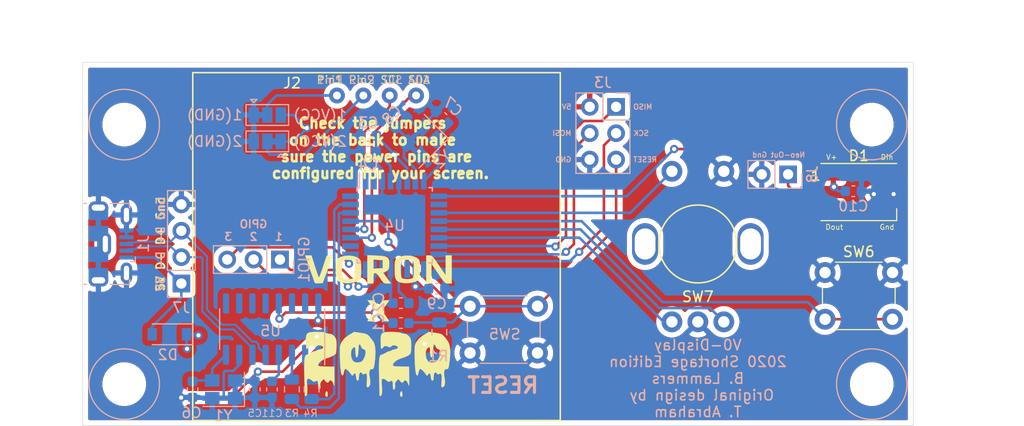
<source format=kicad_pcb>
(kicad_pcb (version 20171130) (host pcbnew "(5.1.9)-1")
  (layers (0 F.Cu signal) (31 B.Cu signal) (34 B.Paste user) (35 F.Paste user) (36 B.SilkS user hide) (37 F.SilkS user hide) (38 B.Mask user) (39 F.Mask user) (44 Edge.Cuts user))
  (net 0 "")
  (net 1 GND)
  (net 2 VBUS)
  (net 3 D+)
  (net 4 D-)
  (net 5 SDA)
  (net 6 SCL)
  (net 7 Kill_Switch)
  (net 8 NeoPixel)
  (net 9 ~Reset)
  (net 10 "Net-(D1-Pad2)")
  (net 11 GPIO3)
  (net 12 GPIO2)
  (net 13 GPIO1)
  (net 14 Pin2)
  (net 15 Pin1)
  (net 16 Encoder_Switch)
  (net 17 Encoder_B)
  (net 18 Encoder_A)
  (net 19 "Net-(C7-Pad2)")
  (net 20 TXD)
  (net 21 RXD)
  (net 22 "Net-(C6-Pad1)")
  (net 23 "Net-(C1-Pad1)")
  (net 24 "Net-(C2-Pad1)")
  (net 25 "Net-(R3-Pad1)")
  (net 26 "Net-(R4-Pad2)")
  (net 27 +5V)
  (net 28 SCK)
  (net 29 MOSI)
  (net 30 MISO)
  (net 31 "Net-(C11-Pad2)")
  (module V0-Display:C_0603_1608Metric (layer B.Cu) (at 103.399 81.15 90)
    (fp_text reference C11 (at -2.3 0 180) (layer B.SilkS) (effects (font (size 0.7 0.7) (thickness 0.1)) (justify mirror)))
    (fp_text value 0.1uF)
    (pad 2 smd roundrect (at 0.775 0 90) (size 0.9 0.95) (layers B.Cu B.Paste B.Mask) (net 31 "Net-(C11-Pad2)"))
    (pad 1 smd roundrect (at -0.775 0 90) (size 0.9 0.95) (layers B.Cu B.Paste B.Mask) (net 1 GND))
  )
  (module V0-Display:C_0603_1608Metric (layer B.Cu) (at 159.393 62.07)
    (fp_text reference C10 (at 0 1.43) (layer B.SilkS) (effects (justify mirror)))
    (fp_text value 0.1uF)
    (pad 2 smd roundrect (at 0.775 0) (size 0.9 0.95) (layers B.Cu B.Paste B.Mask) (net 1 GND))
    (pad 1 smd roundrect (at -0.775 0) (size 0.9 0.95) (layers B.Cu B.Paste B.Mask) (net 27 +5V))
  )
  (module V0-Display:C_0603_1608Metric (layer B.Cu) (at 119.274 71.468)
    (fp_text reference C9 (at 0 1.43) (layer B.SilkS) (effects (justify mirror)))
    (fp_text value 0.1uF)
    (pad 2 smd roundrect (at 0.775 0) (size 0.9 0.95) (layers B.Cu B.Paste B.Mask) (net 1 GND))
    (pad 1 smd roundrect (at -0.775 0) (size 0.9 0.95) (layers B.Cu B.Paste B.Mask) (net 27 +5V))
  )
  (module V0-Display:2020 (layer F.Cu) (at 113.686 74.516)
    (fp_text reference G*** hide)
    (fp_text value LOGO hide)
  )
  (module V0-Display:PinHeader_2x03_P2.54mm_Vertical (layer B.Cu) (at 136.546 53.942 180)
    (fp_text reference J3 (at 1.27 2.33) (layer B.SilkS) (effects (justify mirror)))
    (fp_text value ICSP)
    (pad 6 thru_hole oval (at 2.54 -5.08 180) (size 1.7 1.7) (drill 1) (layers *.Cu *.Mask) (net 1 GND))
    (pad 5 thru_hole oval (at 0 -5.08 180) (size 1.7 1.7) (drill 1) (layers *.Cu *.Mask) (net 9 ~Reset))
    (pad 4 thru_hole oval (at 2.54 -2.54 180) (size 1.7 1.7) (drill 1) (layers *.Cu *.Mask) (net 29 MOSI))
    (pad 3 thru_hole oval (at 0 -2.54 180) (size 1.7 1.7) (drill 1) (layers *.Cu *.Mask) (net 28 SCK))
    (pad 2 thru_hole oval (at 2.54 0 180) (size 1.7 1.7) (drill 1) (layers *.Cu *.Mask) (net 27 +5V))
    (pad 1 thru_hole rect (at 0 0 180) (size 1.7 1.7) (drill 1) (layers *.Cu *.Mask) (net 30 MISO))
  )
  (module V0-Display:Crystal_SMD_3225-4Pin_3.2x2.5mm (layer B.Cu) (at 117.82 57.25 225)
    (fp_text reference Y2 (at -0.13435 -2.640337 45) (layer B.SilkS) (effects (justify mirror)))
    (fp_text value 16MHz)
    (pad 1 smd rect (at -1.1 -0.85 225) (size 1.4 1.2) (layers B.Cu B.Paste B.Mask) (net 19 "Net-(C7-Pad2)"))
    (pad 2 smd rect (at 1.1 -0.85 225) (size 1.4 1.2) (layers B.Cu B.Paste B.Mask) (net 1 GND))
    (pad 3 smd rect (at 1.1 0.85 225) (size 1.4 1.2) (layers B.Cu B.Paste B.Mask) (net 1 GND))
    (pad 4 smd rect (at -1.1 0.85 225) (size 1.4 1.2) (layers B.Cu B.Paste B.Mask) (net 1 GND))
  )
  (module V0-Display:Crystal_SMD_3225-4Pin_3.2x2.5mm (layer B.Cu) (at 98.75 81.15 180)
    (fp_text reference Y1 (at 0.05 -2.51) (layer B.SilkS) (effects (justify mirror)))
    (fp_text value 12MHz)
    (pad 1 smd rect (at -1.1 -0.85 180) (size 1.4 1.2) (layers B.Cu B.Paste B.Mask) (net 1 GND))
    (pad 2 smd rect (at 1.1 -0.85 180) (size 1.4 1.2) (layers B.Cu B.Paste B.Mask) (net 1 GND))
    (pad 3 smd rect (at 1.1 0.85 180) (size 1.4 1.2) (layers B.Cu B.Paste B.Mask) (net 22 "Net-(C6-Pad1)"))
    (pad 4 smd rect (at -1.1 0.85 180) (size 1.4 1.2) (layers B.Cu B.Paste B.Mask) (net 1 GND))
  )
  (module V0-Display:SOIC-16_3.9x9.9mm_P1.27mm (layer B.Cu) (at 103.42 75.35 90)
    (fp_text reference U5 (at -0.182 -0.148 180) (layer B.SilkS) (effects (justify mirror)))
    (fp_text value CH340G)
    (pad 16 smd roundrect (at 2.475 4.445 90) (size 1.95 0.6) (layers B.Cu B.Paste B.Mask) (net 27 +5V))
    (pad 15 smd roundrect (at 2.475 3.175 90) (size 1.95 0.6) (layers B.Cu B.Paste B.Mask))
    (pad 14 smd roundrect (at 2.475 1.905 90) (size 1.95 0.6) (layers B.Cu B.Paste B.Mask))
    (pad 13 smd roundrect (at 2.475 0.635 90) (size 1.95 0.6) (layers B.Cu B.Paste B.Mask) (net 23 "Net-(C1-Pad1)"))
    (pad 12 smd roundrect (at 2.475 -0.635 90) (size 1.95 0.6) (layers B.Cu B.Paste B.Mask))
    (pad 11 smd roundrect (at 2.475 -1.905 90) (size 1.95 0.6) (layers B.Cu B.Paste B.Mask))
    (pad 10 smd roundrect (at 2.475 -3.175 90) (size 1.95 0.6) (layers B.Cu B.Paste B.Mask))
    (pad 9 smd roundrect (at 2.475 -4.445 90) (size 1.95 0.6) (layers B.Cu B.Paste B.Mask))
    (pad 8 smd roundrect (at -2.475 -4.445 90) (size 1.95 0.6) (layers B.Cu B.Paste B.Mask) (net 22 "Net-(C6-Pad1)"))
    (pad 7 smd roundrect (at -2.475 -3.175 90) (size 1.95 0.6) (layers B.Cu B.Paste B.Mask) (net 1 GND))
    (pad 6 smd roundrect (at -2.475 -1.905 90) (size 1.95 0.6) (layers B.Cu B.Paste B.Mask) (net 4 D-))
    (pad 5 smd roundrect (at -2.475 -0.635 90) (size 1.95 0.6) (layers B.Cu B.Paste B.Mask) (net 3 D+))
    (pad 4 smd roundrect (at -2.475 0.635 90) (size 1.95 0.6) (layers B.Cu B.Paste B.Mask) (net 31 "Net-(C11-Pad2)"))
    (pad 3 smd roundrect (at -2.475 1.905 90) (size 1.95 0.6) (layers B.Cu B.Paste B.Mask) (net 21 RXD))
    (pad 2 smd roundrect (at -2.475 3.175 90) (size 1.95 0.6) (layers B.Cu B.Paste B.Mask) (net 20 TXD))
    (pad 1 smd roundrect (at -2.475 4.445 90) (size 1.95 0.6) (layers B.Cu B.Paste B.Mask) (net 1 GND))
  )
  (module V0-Display:TQFP-32_7x7mm_P0.8mm (layer B.Cu) (at 115.22 65.35 270)
    (fp_text reference U4 (at 0.022 0.01 180) (layer B.SilkS) (effects (justify mirror)))
    (fp_text value ATmega328P-AU)
    (pad 32 smd rect (at -2.8 4.25 180) (size 1.6 0.55) (layers B.Cu B.Paste B.Mask))
    (pad 31 smd rect (at -2 4.25 180) (size 1.6 0.55) (layers B.Cu B.Paste B.Mask) (net 26 "Net-(R4-Pad2)"))
    (pad 30 smd rect (at -1.2 4.25 180) (size 1.6 0.55) (layers B.Cu B.Paste B.Mask) (net 25 "Net-(R3-Pad1)"))
    (pad 29 smd rect (at -0.4 4.25 180) (size 1.6 0.55) (layers B.Cu B.Paste B.Mask) (net 9 ~Reset))
    (pad 28 smd rect (at 0.4 4.25 180) (size 1.6 0.55) (layers B.Cu B.Paste B.Mask) (net 6 SCL))
    (pad 27 smd rect (at 1.2 4.25 180) (size 1.6 0.55) (layers B.Cu B.Paste B.Mask) (net 5 SDA))
    (pad 26 smd rect (at 2 4.25 180) (size 1.6 0.55) (layers B.Cu B.Paste B.Mask))
    (pad 25 smd rect (at 2.8 4.25 180) (size 1.6 0.55) (layers B.Cu B.Paste B.Mask) (net 11 GPIO3))
    (pad 24 smd rect (at 4.25 2.8 270) (size 1.6 0.55) (layers B.Cu B.Paste B.Mask) (net 12 GPIO2))
    (pad 23 smd rect (at 4.25 2 270) (size 1.6 0.55) (layers B.Cu B.Paste B.Mask) (net 13 GPIO1))
    (pad 22 smd rect (at 4.25 1.2 270) (size 1.6 0.55) (layers B.Cu B.Paste B.Mask))
    (pad 21 smd rect (at 4.25 0.4 270) (size 1.6 0.55) (layers B.Cu B.Paste B.Mask) (net 1 GND))
    (pad 20 smd rect (at 4.25 -0.4 270) (size 1.6 0.55) (layers B.Cu B.Paste B.Mask) (net 24 "Net-(C2-Pad1)"))
    (pad 19 smd rect (at 4.25 -1.2 270) (size 1.6 0.55) (layers B.Cu B.Paste B.Mask))
    (pad 18 smd rect (at 4.25 -2 270) (size 1.6 0.55) (layers B.Cu B.Paste B.Mask) (net 27 +5V))
    (pad 17 smd rect (at 4.25 -2.8 270) (size 1.6 0.55) (layers B.Cu B.Paste B.Mask) (net 28 SCK))
    (pad 16 smd rect (at 2.8 -4.25 180) (size 1.6 0.55) (layers B.Cu B.Paste B.Mask) (net 29 MOSI))
    (pad 15 smd rect (at 2 -4.25 180) (size 1.6 0.55) (layers B.Cu B.Paste B.Mask) (net 30 MISO))
    (pad 14 smd rect (at 1.2 -4.25 180) (size 1.6 0.55) (layers B.Cu B.Paste B.Mask) (net 18 Encoder_A))
    (pad 13 smd rect (at 0.4 -4.25 180) (size 1.6 0.55) (layers B.Cu B.Paste B.Mask) (net 17 Encoder_B))
    (pad 12 smd rect (at -0.4 -4.25 180) (size 1.6 0.55) (layers B.Cu B.Paste B.Mask) (net 7 Kill_Switch))
    (pad 11 smd rect (at -1.2 -4.25 180) (size 1.6 0.55) (layers B.Cu B.Paste B.Mask) (net 16 Encoder_Switch))
    (pad 10 smd rect (at -2 -4.25 180) (size 1.6 0.55) (layers B.Cu B.Paste B.Mask))
    (pad 9 smd rect (at -2.8 -4.25 180) (size 1.6 0.55) (layers B.Cu B.Paste B.Mask) (net 8 NeoPixel))
    (pad 8 smd rect (at -4.25 -2.8 270) (size 1.6 0.55) (layers B.Cu B.Paste B.Mask) (net 19 "Net-(C7-Pad2)"))
    (pad 7 smd rect (at -4.25 -2 270) (size 1.6 0.55) (layers B.Cu B.Paste B.Mask) (net 1 GND))
    (pad 6 smd rect (at -4.25 -1.2 270) (size 1.6 0.55) (layers B.Cu B.Paste B.Mask) (net 27 +5V))
    (pad 5 smd rect (at -4.25 -0.4 270) (size 1.6 0.55) (layers B.Cu B.Paste B.Mask) (net 1 GND))
    (pad 4 smd rect (at -4.25 0.4 270) (size 1.6 0.55) (layers B.Cu B.Paste B.Mask) (net 27 +5V))
    (pad 3 smd rect (at -4.25 1.2 270) (size 1.6 0.55) (layers B.Cu B.Paste B.Mask) (net 1 GND))
    (pad 2 smd rect (at -4.25 2 270) (size 1.6 0.55) (layers B.Cu B.Paste B.Mask))
    (pad 1 smd rect (at -4.25 2.8 270) (size 1.6 0.55) (layers B.Cu B.Paste B.Mask))
  )
  (module V0-Display:D_SOD-123 (layer B.Cu) (at 93.52 75.85 180)
    (fp_text reference D2 (at 0.154 -1.968) (layer B.SilkS) (effects (justify mirror)))
    (fp_text value 5819)
    (pad 2 smd rect (at 1.65 0 180) (size 0.9 1.2) (layers B.Cu B.Paste B.Mask) (net 2 VBUS))
    (pad 1 smd rect (at -1.65 0 180) (size 0.9 1.2) (layers B.Cu B.Paste B.Mask) (net 27 +5V))
  )
  (module V0-Display:C_0603_1608Metric (layer B.Cu) (at 115.845 55.466 45)
    (fp_text reference C8 (at -0.115966 -1.170969 45) (layer B.SilkS) (effects (justify mirror)))
    (fp_text value 22pF)
    (pad 2 smd roundrect (at 0.775 0 45) (size 0.9 0.95) (layers B.Cu B.Paste B.Mask) (net 1 GND))
    (pad 1 smd roundrect (at -0.775 0 45) (size 0.9 0.95) (layers B.Cu B.Paste B.Mask) (net 1 GND))
  )
  (module V0-Display:C_0603_1608Metric (layer B.Cu) (at 119.782 54.958 315)
    (fp_text reference C7 (at 0 -1.436841 135) (layer B.SilkS) (effects (justify mirror)))
    (fp_text value 22pF)
    (pad 2 smd roundrect (at 0.775 0 315) (size 0.9 0.95) (layers B.Cu B.Paste B.Mask) (net 19 "Net-(C7-Pad2)"))
    (pad 1 smd roundrect (at -0.775 0 315) (size 0.9 0.95) (layers B.Cu B.Paste B.Mask) (net 1 GND))
  )
  (module V0-Display:C_0603_1608Metric (layer B.Cu) (at 95.75 81.15 270)
    (fp_text reference C6 (at 2.256 0.098 180) (layer B.SilkS) (effects (justify mirror)))
    (fp_text value 22pF)
    (pad 2 smd roundrect (at 0.775 0 270) (size 0.9 0.95) (layers B.Cu B.Paste B.Mask) (net 1 GND))
    (pad 1 smd roundrect (at -0.775 0 270) (size 0.9 0.95) (layers B.Cu B.Paste B.Mask) (net 22 "Net-(C6-Pad1)"))
  )
  (module V0-Display:C_0603_1608Metric (layer B.Cu) (at 101.75 81.15 270)
    (fp_text reference C5 (at 2.3 0.002 180) (layer B.SilkS) (effects (font (size 0.7 0.7) (thickness 0.1)) (justify mirror)))
    (fp_text value 22pF)
    (pad 2 smd roundrect (at 0.775 0 270) (size 0.9 0.95) (layers B.Cu B.Paste B.Mask) (net 1 GND))
    (pad 1 smd roundrect (at -0.775 0 270) (size 0.9 0.95) (layers B.Cu B.Paste B.Mask) (net 1 GND))
  )
  (module V0-Display:C_0603_1608Metric (layer B.Cu) (at 112.67 58.26 180)
    (fp_text reference C4 (at 0 -1.27) (layer B.SilkS) (effects (justify mirror)))
    (fp_text value 0.1uF)
    (pad 2 smd roundrect (at 0.775 0 180) (size 0.9 0.95) (layers B.Cu B.Paste B.Mask) (net 1 GND))
    (pad 1 smd roundrect (at -0.775 0 180) (size 0.9 0.95) (layers B.Cu B.Paste B.Mask) (net 27 +5V))
  )
  (module V0-Display:C_0603_1608Metric (layer B.Cu) (at 112.67 56.736)
    (fp_text reference C3 (at 0 -1.27) (layer B.SilkS) (effects (justify mirror)))
    (fp_text value 0.1uF)
    (pad 2 smd roundrect (at 0.775 0) (size 0.9 0.95) (layers B.Cu B.Paste B.Mask) (net 27 +5V))
    (pad 1 smd roundrect (at -0.775 0) (size 0.9 0.95) (layers B.Cu B.Paste B.Mask) (net 1 GND))
  )
  (module V0-Display:C_0603_1608Metric (layer B.Cu) (at 115.82 72.85 180)
    (fp_text reference C2 (at 2.134 0.112 270) (layer B.SilkS) (effects (justify mirror)))
    (fp_text value 0.1uF)
    (pad 2 smd roundrect (at 0.775 0 180) (size 0.9 0.95) (layers B.Cu B.Paste B.Mask) (net 1 GND))
    (pad 1 smd roundrect (at -0.775 0 180) (size 0.9 0.95) (layers B.Cu B.Paste B.Mask) (net 24 "Net-(C2-Pad1)"))
  )
  (module V0-Display:C_0603_1608Metric (layer B.Cu) (at 115.82 74.77)
    (fp_text reference C1 (at -2.134 0 90) (layer B.SilkS) (effects (justify mirror)))
    (fp_text value 0.1uF)
    (pad 2 smd roundrect (at 0.775 0) (size 0.9 0.95) (layers B.Cu B.Paste B.Mask) (net 9 ~Reset))
    (pad 1 smd roundrect (at -0.775 0) (size 0.9 0.95) (layers B.Cu B.Paste B.Mask) (net 23 "Net-(C1-Pad1)"))
  )
  (module V0-Display:R_0805_2012Metric (layer B.Cu) (at 107.22 81.15 270)
    (fp_text reference R4 (at 2.3 0.1 180) (layer B.SilkS) (effects (font (size 0.7 0.7) (thickness 0.1)) (justify mirror)))
    (fp_text value 1K)
    (pad 2 smd roundrect (at 0.9375 0 270) (size 0.975 1.4) (layers B.Cu B.Paste B.Mask) (net 26 "Net-(R4-Pad2)"))
    (pad 1 smd roundrect (at -0.9375 0 270) (size 0.975 1.4) (layers B.Cu B.Paste B.Mask) (net 20 TXD))
  )
  (module V0-Display:R_0805_2012Metric (layer B.Cu) (at 105.32 81.15 90)
    (fp_text reference R3 (at -2.3 0 180) (layer B.SilkS) (effects (font (size 0.7 0.7) (thickness 0.1)) (justify mirror)))
    (fp_text value 1K)
    (pad 2 smd roundrect (at 0.9375 0 90) (size 0.975 1.4) (layers B.Cu B.Paste B.Mask) (net 21 RXD))
    (pad 1 smd roundrect (at -0.9375 0 90) (size 0.975 1.4) (layers B.Cu B.Paste B.Mask) (net 25 "Net-(R3-Pad1)"))
  )
  (module V0-Display:1pt3in_OLED (layer F.Cu) (at 113.47 52.85)
    (fp_text reference J2 (at -8.132 -1.194) (layer F.SilkS))
    (fp_text value "I2C Header 1")
    (pad 4 thru_hole circle (at 3.81 0) (size 1.524 1.524) (drill 0.762) (layers *.Cu *.Mask) (net 5 SDA))
    (pad 3 thru_hole circle (at 1.27 0) (size 1.524 1.524) (drill 0.762) (layers *.Cu *.Mask) (net 6 SCL))
    (pad 2 thru_hole circle (at -1.27 0) (size 1.524 1.524) (drill 0.762) (layers *.Cu *.Mask) (net 14 Pin2))
    (pad 1 thru_hole circle (at -3.81 0) (size 1.524 1.524) (drill 0.762) (layers *.Cu *.Mask) (net 15 Pin1))
  )
  (module V0-Display:LED_WS2812B_PLCC4_5.0x5.0mm_P3.2mm (layer F.Cu) (at 159.92 62.15)
    (fp_text reference D1 (at 0 -3.5) (layer F.SilkS))
    (fp_text value WS2812B)
    (fp_text user 1 (at -4.15 -1.6) (layer F.SilkS))
    (pad 1 smd rect (at -2.45 -1.6) (size 1.5 1) (layers F.Cu F.Paste F.Mask) (net 27 +5V))
    (pad 2 smd rect (at -2.45 1.6) (size 1.5 1) (layers F.Cu F.Paste F.Mask) (net 10 "Net-(D1-Pad2)"))
    (pad 4 smd rect (at 2.45 -1.6) (size 1.5 1) (layers F.Cu F.Paste F.Mask) (net 8 NeoPixel))
    (pad 3 smd rect (at 2.45 1.6) (size 1.5 1) (layers F.Cu F.Paste F.Mask) (net 1 GND))
  )
  (module V0-Display:EN11_Encoder (layer F.Cu) (at 144.42 67.15)
    (fp_text reference SW7 (at 0 5.08) (layer F.SilkS))
    (fp_text value Rotary_Encoder_Switch)
    (pad MP thru_hole oval (at 5.08 0 180) (size 2.5 4) (drill oval 2 3) (layers *.Cu *.Mask))
    (pad MP thru_hole oval (at -5.08 0) (size 2.5 4) (drill oval 2 3) (layers *.Cu *.Mask))
    (pad S2 thru_hole circle (at 2.5 -7) (size 2 2) (drill 1.1) (layers *.Cu *.Mask) (net 1 GND))
    (pad S1 thru_hole circle (at -2.5 -7) (size 2 2) (drill 1.1) (layers *.Cu *.Mask) (net 16 Encoder_Switch))
    (pad B thru_hole circle (at 2.5 7.5) (size 2 2) (drill 1.1) (layers *.Cu *.Mask) (net 17 Encoder_B))
    (pad C thru_hole circle (at 0 7.5) (size 2 2) (drill 1.1) (layers *.Cu *.Mask) (net 1 GND))
    (pad A thru_hole circle (at -2.5 7.5) (size 2 2) (drill 1.1) (layers *.Cu *.Mask) (net 18 Encoder_A))
  )
  (module V0-Display:SW_PUSH_6mm (layer F.Cu) (at 156.67 69.9)
    (fp_text reference SW6 (at 3.25 -2) (layer F.SilkS))
    (fp_text value SW_SPST)
    (pad 1 thru_hole circle (at 6.5 0 90) (size 2 2) (drill 1.1) (layers *.Cu *.Mask) (net 1 GND))
    (pad 2 thru_hole circle (at 6.5 4.5 90) (size 2 2) (drill 1.1) (layers *.Cu *.Mask) (net 7 Kill_Switch))
    (pad 1 thru_hole circle (at 0 0 90) (size 2 2) (drill 1.1) (layers *.Cu *.Mask) (net 1 GND))
    (pad 2 thru_hole circle (at 0 4.5 90) (size 2 2) (drill 1.1) (layers *.Cu *.Mask) (net 7 Kill_Switch))
  )
  (module V0-Display:SW_PUSH_6mm (layer B.Cu) (at 128.975 73.145 180)
    (fp_text reference SW5 (at 3.155 -2.705) (layer B.SilkS) (effects (justify mirror)))
    (fp_text value SW_SPST)
    (pad 1 thru_hole circle (at 6.5 0 90) (size 2 2) (drill 1.1) (layers *.Cu *.Mask) (net 9 ~Reset))
    (pad 2 thru_hole circle (at 6.5 -4.5 90) (size 2 2) (drill 1.1) (layers *.Cu *.Mask) (net 1 GND))
    (pad 1 thru_hole circle (at 0 0 90) (size 2 2) (drill 1.1) (layers *.Cu *.Mask) (net 9 ~Reset))
    (pad 2 thru_hole circle (at 0 -4.5 90) (size 2 2) (drill 1.1) (layers *.Cu *.Mask) (net 1 GND))
  )
  (module V0-Display:R_0805_2012Metric (layer B.Cu) (at 119.52 75.65 90)
    (fp_text reference R1 (at -2.3 -0.1 180) (layer B.SilkS) (effects (justify mirror)))
    (fp_text value 10K)
    (pad 2 smd roundrect (at 0.9375 0 90) (size 0.975 1.4) (layers B.Cu B.Paste B.Mask) (net 9 ~Reset))
    (pad 1 smd roundrect (at -0.9375 0 90) (size 0.975 1.4) (layers B.Cu B.Paste B.Mask) (net 27 +5V))
  )
  (module V0-Display:SolderJumper-3_P1.3mm_Bridged12_Pad1.0x1.5mm (layer B.Cu) (at 102.95 54.73)
    (fp_text reference JP2 hide)
    (fp_text value Pin1)
    (fp_poly (pts (xy -0.9 0.3) (xy -0.4 0.3) (xy -0.4 -0.3) (xy -0.9 -0.3)) (layer B.Cu) (width 0))
    (pad 2 smd rect (at 0 0) (size 1 1.5) (layers B.Cu B.Mask) (net 15 Pin1))
    (pad 3 smd rect (at 1.3 0) (size 1 1.5) (layers B.Cu B.Mask) (net 27 +5V))
    (pad 1 smd rect (at -1.3 0) (size 1 1.5) (layers B.Cu B.Mask) (net 1 GND))
  )
  (module V0-Display:SolderJumper-3_P1.3mm_Bridged12_Pad1.0x1.5mm (layer B.Cu) (at 102.95 57.27 180)
    (fp_text reference JP1 hide)
    (fp_text value Pin2)
    (fp_poly (pts (xy -0.9 0.3) (xy -0.4 0.3) (xy -0.4 -0.3) (xy -0.9 -0.3)) (layer B.Cu) (width 0))
    (pad 2 smd rect (at 0 0 180) (size 1 1.5) (layers B.Cu B.Mask) (net 14 Pin2))
    (pad 3 smd rect (at 1.3 0 180) (size 1 1.5) (layers B.Cu B.Mask) (net 1 GND))
    (pad 1 smd rect (at -1.3 0 180) (size 1 1.5) (layers B.Cu B.Mask) (net 27 +5V))
  )
  (module V0-Display:PinHeader_1x02_P2.54mm_Vertical (layer B.Cu) (at 153.115 60.445 90)
    (fp_text reference J8 (at 0 2.33 90) (layer B.SilkS) (effects (justify mirror)))
    (fp_text value Conn_01x02)
    (pad 2 thru_hole oval (at 0 -2.54 90) (size 1.7 1.7) (drill 1) (layers *.Cu *.Mask) (net 1 GND))
    (pad 1 thru_hole rect (at 0 0 90) (size 1.7 1.7) (drill 1) (layers *.Cu *.Mask) (net 10 "Net-(D1-Pad2)"))
  )
  (module V0-Display:PinHeader_1x04_P2.54mm_Vertical (layer B.Cu) (at 94.67 70.96)
    (fp_text reference J7 (at 0 2.33) (layer B.SilkS) (effects (justify mirror)))
    (fp_text value USB_Header)
    (pad 4 thru_hole oval (at 0 -7.62) (size 1.7 1.7) (drill 1) (layers *.Cu *.Mask) (net 1 GND))
    (pad 3 thru_hole oval (at 0 -5.08) (size 1.7 1.7) (drill 1) (layers *.Cu *.Mask) (net 3 D+))
    (pad 2 thru_hole oval (at 0 -2.54) (size 1.7 1.7) (drill 1) (layers *.Cu *.Mask) (net 4 D-))
    (pad 1 thru_hole rect (at 0 0) (size 1.7 1.7) (drill 1) (layers *.Cu *.Mask) (net 2 VBUS))
  )
  (module V0-Display:MolexVertical&Horizontal_MicroB (layer B.Cu) (at 87.92 67.15 90)
    (fp_text reference J1 (at 0 3.1125 90) (layer B.SilkS) (effects (justify mirror)))
    (fp_text value USB_B_Micro)
    (pad 6 thru_hole oval (at 0 -0.5695 90) (size 2.2 1.1) (drill oval 1.6 0.5) (layers *.Cu *.Mask) (net 1 GND))
    (pad 6 thru_hole oval (at -2.794 1.4625 90) (size 2 1.1) (drill oval 1.4 0.5) (layers *.Cu *.Mask) (net 1 GND))
    (pad 6 smd rect (at -2.9 -1.2375 90) (size 1.2 1.9) (layers B.Cu B.Mask) (net 1 GND))
    (pad 6 smd rect (at 2.9 -1.2375 90) (size 1.2 1.9) (layers B.Cu B.Mask) (net 1 GND))
    (pad 6 thru_hole oval (at 3.5 -1.2375 90) (size 1.2 1.9) (drill oval 0.6 1.3) (layers *.Cu *.Mask) (net 1 GND))
    (pad 6 thru_hole oval (at -3.5 -1.2375 270) (size 1.2 1.9) (drill oval 0.6 1.3) (layers *.Cu *.Mask) (net 1 GND))
    (pad 6 smd rect (at -1 -1.2375 90) (size 1.5 1.9) (layers B.Cu B.Paste B.Mask) (net 1 GND))
    (pad 6 thru_hole oval (at 2.794 1.4625 90) (size 2 1.1) (drill oval 1.4 0.5) (layers *.Cu *.Mask) (net 1 GND))
    (pad 3 smd rect (at 0 1.4625 90) (size 0.4 1.35) (layers B.Cu B.Paste B.Mask) (net 3 D+))
    (pad 4 smd rect (at 0.65 1.4625 90) (size 0.4 1.35) (layers B.Cu B.Paste B.Mask) (net 1 GND))
    (pad 5 smd rect (at 1.3 1.4625 90) (size 0.4 1.35) (layers B.Cu B.Paste B.Mask) (net 1 GND))
    (pad 1 smd rect (at -1.3 1.4625 90) (size 0.4 1.35) (layers B.Cu B.Paste B.Mask) (net 2 VBUS))
    (pad 2 smd rect (at -0.65 1.4625 90) (size 0.4 1.35) (layers B.Cu B.Paste B.Mask) (net 4 D-))
    (pad 6 smd rect (at 1 -1.2375 90) (size 1.5 1.9) (layers B.Cu B.Paste B.Mask) (net 1 GND))
  )
  (module V0-Display:MountingHole_3.2mm_M3 (layer F.Cu) (at 89.17 80.65)
    (fp_text reference H4 hide)
    (fp_text value MountingHole)
    (pad 1 np_thru_hole circle (at 0 0) (size 3.2 3.2) (drill 3.2) (layers *.Cu *.Mask))
  )
  (module V0-Display:MountingHole_3.2mm_M3 (layer F.Cu) (at 161.17 55.65)
    (fp_text reference H3 hide)
    (fp_text value MountingHole)
    (pad 1 np_thru_hole circle (at 0 0) (size 3.2 3.2) (drill 3.2) (layers *.Cu *.Mask))
  )
  (module V0-Display:MountingHole_3.2mm_M3 (layer F.Cu) (at 161.17 80.65)
    (fp_text reference H2 hide)
    (fp_text value MountingHole)
    (pad 1 np_thru_hole circle (at 0 0) (size 3.2 3.2) (drill 3.2) (layers *.Cu *.Mask))
  )
  (module V0-Display:MountingHole_3.2mm_M3 (layer F.Cu) (at 89.17 55.65)
    (fp_text reference H1 hide)
    (fp_text value MountingHole)
    (pad 1 np_thru_hole circle (at 0 0) (size 3.2 3.2) (drill 3.2) (layers *.Cu *.Mask))
  )
  (module V0-Display:PinHeader_1x03_P2.54mm_Vertical (layer B.Cu) (at 104.17 68.65 90)
    (fp_text reference GPIO1 (at 0 2.33 90) (layer B.SilkS) (effects (justify mirror)))
    (fp_text value Conn_01x03)
    (pad 3 thru_hole oval (at 0 -5.08 90) (size 1.7 1.7) (drill 1) (layers *.Cu *.Mask) (net 11 GPIO3))
    (pad 2 thru_hole oval (at 0 -2.54 90) (size 1.7 1.7) (drill 1) (layers *.Cu *.Mask) (net 12 GPIO2))
    (pad 1 thru_hole rect (at 0 0 90) (size 1.7 1.7) (drill 1) (layers *.Cu *.Mask) (net 13 GPIO1))
  )
  (gr_text MOSI (at 131.323143 56.482) (layer B.SilkS) (effects (font (size 0.5 0.5) (thickness 0.1)) (justify mirror)))
  (gr_text RESET (at 139.34 59.022) (layer B.SilkS) (effects (font (size 0.5 0.5) (thickness 0.1)) (justify mirror)))
  (gr_text SCK (at 138.947143 56.482) (layer B.SilkS) (effects (font (size 0.5 0.5) (thickness 0.1)) (justify mirror)))
  (gr_text MISO (at 139.11381 53.942) (layer B.SilkS) (effects (font (size 0.5 0.5) (thickness 0.1)) (justify mirror)))
  (gr_text GND (at 131.466 59.022) (layer B.SilkS) (effects (font (size 0.5 0.5) (thickness 0.1)) (justify mirror)))
  (gr_text 5V (at 131.775524 53.942) (layer B.SilkS) (effects (font (size 0.5 0.5) (thickness 0.1)) (justify mirror)))
  (gr_text "V0-Display\n2020 Shortage Edition\nB. Lammers\nOriginal design by \nT. Abraham" (at 144.42 80.104) (layer B.SilkS) (effects (font (size 1 1)) (justify mirror)))
  (gr_text "Neo-Out Gnd\n" (at 152.205 58.565) (layer B.SilkS) (effects (font (size 0.5 0.5) (thickness 0.1)) (justify mirror)))
  (gr_text "Check the jumpers \non the back to make \nsure the power pins are\n configured for your screen." (at 113.47 57.93) (layer F.SilkS) (effects (font (size 1 1) (thickness 0.25))))
  (gr_text "2(VCC)" (at 108.03 57.27) (layer B.SilkS) (effects (font (size 1 1)) (justify mirror)))
  (gr_text "1(VCC)" (at 108.03 54.73) (layer B.SilkS) (effects (font (size 1 1)) (justify mirror)))
  (gr_text "2(GND)" (at 97.87 57.27) (layer B.SilkS) (effects (font (size 1 1)) (justify mirror)))
  (gr_text "1(GND)" (at 97.87 54.73) (layer B.SilkS) (effects (font (size 1 1)) (justify mirror)))
  (gr_text V+ (at 157.306 58.794) (layer F.SilkS) (effects (font (size 0.5 0.5) (thickness 0.075))))
  (gr_text Gnd (at 162.64 65.525) (layer F.SilkS) (effects (font (size 0.5 0.5) (thickness 0.075))))
  (gr_text Dout (at 157.56 65.525) (layer F.SilkS) (effects (font (size 0.5 0.5) (thickness 0.075))))
  (gr_text Din (at 162.64 58.794) (layer F.SilkS) (effects (font (size 0.5 0.5) (thickness 0.075))))
  (gr_text "GPIO\n1   2   3" (at 101.62 65.85) (layer B.SilkS) (effects (font (size 0.75 0.75)) (justify mirror)))
  (gr_text "Gnd D+ D- 5V" (at 92.67 67.15 90) (layer B.SilkS) (effects (font (size 0.8 0.8)) (justify mirror)))
  (gr_text "5V D- D+ Gnd" (at 92.67 67.15 90) (layer F.SilkS) (effects (font (size 0.8 0.8))))
  (gr_circle (center 161.17 55.65) (end 163.57 53.25) (layer B.SilkS) (width 0.12))
  (gr_circle (center 161.17 80.65) (end 163.57 78.25) (layer B.SilkS) (width 0.12))
  (gr_circle (center 89.17 80.65) (end 91.57 78.25) (layer B.SilkS) (width 0.12))
  (gr_circle (center 89.17 55.65) (end 91.57 53.25) (layer B.SilkS) (width 0.12))
  (gr_text "SDA SCL Pin2 Pin1" (at 113.17 51.348) (layer B.SilkS) (effects (font (size 0.75 0.75) (thickness 0.1)) (justify mirror)))
  (gr_text "Pin1 Pin2 SCL SDA" (at 113.17 51.348) (layer F.SilkS) (effects (font (size 0.75 0.75) (thickness 0.1))))
  (gr_text RESET (at 125.65 80.765) (layer B.SilkS) (effects (font (size 1.5 1.5) (thickness 0.3)) (justify mirror)))
  (gr_line (start 85.17 84.65) (end 85.17 49.65) (layer Edge.Cuts) (width 0.05))
  (gr_line (start 165.17 84.65) (end 85.17 84.65) (layer Edge.Cuts) (width 0.05))
  (gr_line (start 165.17 49.65) (end 165.17 84.65) (layer Edge.Cuts) (width 0.05))
  (gr_line (start 85.17 49.65) (end 165.17 49.65) (layer Edge.Cuts) (width 0.05))
  (segment (start 89.3825 66.5) (end 89.3825 64.65) (width 0.25) (layer B.Cu) (net 1))
  (via (at 161.37 62.35) (size 0.8) (drill 0.4) (layers F.Cu B.Cu) (net 1))
  (segment (start 162.37 63.75) (end 162.37 63.35) (width 0.25) (layer F.Cu) (net 1))
  (segment (start 162.37 63.35) (end 161.37 62.35) (width 0.25) (layer F.Cu) (net 1))
  (via (at 163.275 62.35) (size 0.8) (drill 0.4) (layers F.Cu B.Cu) (net 1))
  (segment (start 162.37 63.75) (end 162.37 63.255) (width 0.25) (layer F.Cu) (net 1))
  (segment (start 162.37 63.255) (end 163.275 62.35) (width 0.25) (layer F.Cu) (net 1))
  (segment (start 86.6825 67.818) (end 87.3505 67.15) (width 0.25) (layer B.Cu) (net 1))
  (segment (start 86.6825 68.15) (end 86.6825 67.818) (width 0.25) (layer B.Cu) (net 1))
  (segment (start 86.6825 66.482) (end 87.3505 67.15) (width 0.25) (layer B.Cu) (net 1))
  (segment (start 86.6825 66.15) (end 86.6825 66.482) (width 0.25) (layer B.Cu) (net 1))
  (segment (start 86.6825 64.25) (end 86.6825 70.65) (width 0.25) (layer B.Cu) (net 1))
  (segment (start 101.65 57.27) (end 101.65 54.73) (width 0.25) (layer B.Cu) (net 1))
  (segment (start 99.875 80.275) (end 99.85 80.3) (width 0.25) (layer B.Cu) (net 1))
  (segment (start 101.75 80.275) (end 99.875 80.275) (width 0.25) (layer B.Cu) (net 1))
  (segment (start 95.775 82) (end 95.75 82.025) (width 0.25) (layer B.Cu) (net 1))
  (segment (start 97.65 82) (end 95.775 82) (width 0.25) (layer B.Cu) (net 1))
  (segment (start 114.82 68.739998) (end 114.82 69.6) (width 0.25) (layer B.Cu) (net 1))
  (segment (start 115.62 67.939998) (end 114.82 68.739998) (width 0.25) (layer B.Cu) (net 1))
  (segment (start 115.62 61.1) (end 115.62 67.939998) (width 0.25) (layer B.Cu) (net 1))
  (segment (start 115.62 62.45) (end 115.62 61.1) (width 0.25) (layer B.Cu) (net 1))
  (segment (start 115.42 62.65) (end 115.62 62.45) (width 0.25) (layer B.Cu) (net 1))
  (segment (start 114.12 62.65) (end 115.42 62.65) (width 0.25) (layer B.Cu) (net 1))
  (segment (start 114.02 62.55) (end 114.12 62.65) (width 0.25) (layer B.Cu) (net 1))
  (via (at 102.05 79.450002) (size 0.8) (drill 0.4) (layers F.Cu B.Cu) (net 1))
  (segment (start 101.75 80.275) (end 101.75 79.750002) (width 0.25) (layer B.Cu) (net 1))
  (segment (start 101.75 79.750002) (end 102.05 79.450002) (width 0.25) (layer B.Cu) (net 1))
  (segment (start 117.82 55.647919) (end 117.896777 55.571142) (width 0.25) (layer B.Cu) (net 1))
  (segment (start 117.82 58.052081) (end 117.82 55.647919) (width 0.25) (layer B.Cu) (net 1))
  (segment (start 117.543223 58.328858) (end 117.82 58.052081) (width 0.25) (layer B.Cu) (net 1))
  (via (at 94.65 81.95) (size 0.8) (drill 0.4) (layers F.Cu B.Cu) (net 1))
  (segment (start 95.75 82.025) (end 94.725 82.025) (width 0.25) (layer B.Cu) (net 1))
  (segment (start 94.725 82.025) (end 94.65 81.95) (width 0.25) (layer B.Cu) (net 1))
  (segment (start 102.05 79.450002) (end 99.550002 81.95) (width 0.25) (layer F.Cu) (net 1))
  (segment (start 99.550002 81.95) (end 94.65 81.95) (width 0.25) (layer F.Cu) (net 1))
  (via (at 107.72 76.05) (size 0.8) (drill 0.4) (layers F.Cu B.Cu) (net 1))
  (segment (start 107.865 76.195) (end 107.72 76.05) (width 0.25) (layer B.Cu) (net 1))
  (segment (start 107.865 77.825) (end 107.865 76.195) (width 0.25) (layer B.Cu) (net 1))
  (segment (start 107.72 76.15) (end 104.419998 79.450002) (width 0.25) (layer F.Cu) (net 1))
  (segment (start 107.72 76.05) (end 107.72 76.15) (width 0.25) (layer F.Cu) (net 1))
  (segment (start 114.82 72.7875) (end 114.8825 72.85) (width 0.25) (layer B.Cu) (net 1))
  (segment (start 114.82 69.6) (end 114.82 72.7875) (width 0.25) (layer B.Cu) (net 1))
  (segment (start 114.02 62.55) (end 114.02 61.1) (width 0.25) (layer B.Cu) (net 1))
  (segment (start 161.09 62.07) (end 161.37 62.35) (width 0.25) (layer B.Cu) (net 1))
  (segment (start 160.168 62.07) (end 161.09 62.07) (width 0.25) (layer B.Cu) (net 1))
  (segment (start 103.149998 79.450002) (end 102.05 79.450002) (width 0.25) (layer F.Cu) (net 1))
  (segment (start 104.419998 79.450002) (end 103.149998 79.450002) (width 0.25) (layer F.Cu) (net 1))
  (segment (start 117.346158 55.871142) (end 116.393008 54.917992) (width 0.25) (layer B.Cu) (net 1))
  (segment (start 117.996777 55.871142) (end 117.346158 55.871142) (width 0.25) (layer B.Cu) (net 1))
  (segment (start 117.996777 55.647207) (end 119.233992 54.409992) (width 0.25) (layer B.Cu) (net 1))
  (segment (start 117.996777 55.871142) (end 117.996777 55.647207) (width 0.25) (layer B.Cu) (net 1))
  (segment (start 114.02 59.991) (end 114.02 61.1) (width 0.25) (layer B.Cu) (net 1))
  (segment (start 113.559 59.53) (end 114.02 59.991) (width 0.25) (layer B.Cu) (net 1))
  (segment (start 112.416 59.53) (end 113.559 59.53) (width 0.25) (layer B.Cu) (net 1))
  (segment (start 111.908 59.022) (end 112.416 59.53) (width 0.25) (layer B.Cu) (net 1))
  (segment (start 111.908 56.6075) (end 111.908 59.022) (width 0.25) (layer B.Cu) (net 1))
  (segment (start 111.7825 56.482) (end 111.908 56.6075) (width 0.25) (layer B.Cu) (net 1))
  (segment (start 92.16 68.45) (end 94.67 70.96) (width 0.25) (layer B.Cu) (net 2))
  (segment (start 89.3825 68.45) (end 92.16 68.45) (width 0.25) (layer B.Cu) (net 2))
  (segment (start 91.82 75.15) (end 91.82 75.75) (width 0.25) (layer B.Cu) (net 2))
  (segment (start 94.67 72.3) (end 91.82 75.15) (width 0.25) (layer B.Cu) (net 2))
  (segment (start 94.67 70.96) (end 94.67 72.3) (width 0.25) (layer B.Cu) (net 2))
  (segment (start 93.625 66.925) (end 94.67 65.88) (width 0.2) (layer B.Cu) (net 3))
  (segment (start 90.372502 66.925) (end 93.625 66.925) (width 0.2) (layer B.Cu) (net 3))
  (segment (start 90.297501 67.000001) (end 90.372502 66.925) (width 0.2) (layer B.Cu) (net 3))
  (segment (start 89.546102 67.000001) (end 90.297501 67.000001) (width 0.2) (layer B.Cu) (net 3))
  (segment (start 89.396103 67.15) (end 89.546102 67.000001) (width 0.2) (layer B.Cu) (net 3))
  (segment (start 89.3825 67.15) (end 89.396103 67.15) (width 0.2) (layer B.Cu) (net 3))
  (segment (start 102.11501 77.15501) (end 102.785 77.825) (width 0.2) (layer B.Cu) (net 3))
  (segment (start 102.11501 76.813598) (end 102.11501 77.15501) (width 0.2) (layer B.Cu) (net 3))
  (segment (start 101.851402 76.54999) (end 102.11501 76.813598) (width 0.2) (layer B.Cu) (net 3))
  (segment (start 101.50999 76.54999) (end 101.851402 76.54999) (width 0.2) (layer B.Cu) (net 3))
  (segment (start 99.886 74.926) (end 101.50999 76.54999) (width 0.2) (layer B.Cu) (net 3))
  (segment (start 98.602 74.926) (end 99.886 74.926) (width 0.2) (layer B.Cu) (net 3))
  (segment (start 97.147 73.471) (end 98.602 74.926) (width 0.2) (layer B.Cu) (net 3))
  (segment (start 97.147 68.357) (end 97.147 73.471) (width 0.2) (layer B.Cu) (net 3))
  (segment (start 94.67 65.88) (end 97.147 68.357) (width 0.2) (layer B.Cu) (net 3))
  (segment (start 90.558885 67.375) (end 93.625 67.375) (width 0.2) (layer B.Cu) (net 4))
  (segment (start 90.283884 67.650001) (end 90.558885 67.375) (width 0.2) (layer B.Cu) (net 4))
  (segment (start 93.625 67.375) (end 94.67 68.42) (width 0.2) (layer B.Cu) (net 4))
  (segment (start 89.3825 67.8) (end 89.532499 67.650001) (width 0.2) (layer B.Cu) (net 4))
  (segment (start 89.532499 67.650001) (end 90.283884 67.650001) (width 0.2) (layer B.Cu) (net 4))
  (segment (start 101.515 77.191397) (end 101.515 77.825) (width 0.2) (layer B.Cu) (net 4))
  (segment (start 99.699603 75.376) (end 101.515 77.191397) (width 0.2) (layer B.Cu) (net 4))
  (segment (start 98.417 75.376) (end 99.699603 75.376) (width 0.2) (layer B.Cu) (net 4))
  (segment (start 96.697 73.656) (end 98.417 75.376) (width 0.2) (layer B.Cu) (net 4))
  (segment (start 96.697 68.543397) (end 96.697 73.656) (width 0.2) (layer B.Cu) (net 4))
  (segment (start 96.573603 68.42) (end 96.697 68.543397) (width 0.2) (layer B.Cu) (net 4))
  (segment (start 94.67 68.42) (end 96.573603 68.42) (width 0.2) (layer B.Cu) (net 4))
  (via (at 113.02 66.55) (size 0.8) (drill 0.4) (layers F.Cu B.Cu) (net 5))
  (segment (start 110.97 66.55) (end 113.02 66.55) (width 0.25) (layer B.Cu) (net 5))
  (segment (start 116.82 52.85) (end 117.28 52.85) (width 0.25) (layer F.Cu) (net 5))
  (segment (start 113.02 56.65) (end 116.82 52.85) (width 0.25) (layer F.Cu) (net 5))
  (segment (start 113.02 66.55) (end 113.02 56.65) (width 0.25) (layer F.Cu) (net 5))
  (via (at 112.29499 65.71553) (size 0.8) (drill 0.4) (layers F.Cu B.Cu) (net 6))
  (segment (start 112.26052 65.75) (end 112.29499 65.71553) (width 0.25) (layer B.Cu) (net 6))
  (segment (start 110.97 65.75) (end 112.26052 65.75) (width 0.25) (layer B.Cu) (net 6))
  (segment (start 112.29499 56.37501) (end 112.29499 65.71553) (width 0.25) (layer F.Cu) (net 6))
  (segment (start 114.74 53.93) (end 112.29499 56.37501) (width 0.25) (layer F.Cu) (net 6))
  (segment (start 114.74 52.85) (end 114.74 53.93) (width 0.25) (layer F.Cu) (net 6))
  (segment (start 133.22 64.95) (end 119.47 64.95) (width 0.25) (layer B.Cu) (net 7))
  (segment (start 141.02 72.75) (end 133.22 64.95) (width 0.25) (layer B.Cu) (net 7))
  (segment (start 155.02 72.75) (end 141.02 72.75) (width 0.25) (layer B.Cu) (net 7))
  (segment (start 156.67 74.4) (end 155.02 72.75) (width 0.25) (layer B.Cu) (net 7))
  (segment (start 156.67 74.4) (end 163.17 74.4) (width 0.25) (layer F.Cu) (net 7))
  (segment (start 159.826 58.006) (end 142.134 58.006) (width 0.25) (layer F.Cu) (net 8))
  (segment (start 162.37 60.55) (end 159.826 58.006) (width 0.25) (layer F.Cu) (net 8))
  (via (at 142.134 58.006) (size 0.8) (drill 0.4) (layers F.Cu B.Cu) (net 8))
  (segment (start 119.47 62.55) (end 137.59 62.55) (width 0.25) (layer B.Cu) (net 8))
  (segment (start 137.59 62.55) (end 142.134 58.006) (width 0.25) (layer B.Cu) (net 8))
  (segment (start 120.7575 74.7125) (end 119.52 74.7125) (width 0.25) (layer B.Cu) (net 9))
  (segment (start 114.62 66.95) (end 120.815 73.145) (width 0.25) (layer F.Cu) (net 9))
  (segment (start 110.97 64.95) (end 113.72 64.95) (width 0.25) (layer B.Cu) (net 9))
  (segment (start 122.475 73.145) (end 122.325 73.145) (width 0.25) (layer B.Cu) (net 9))
  (segment (start 128.975 73.145) (end 122.475 73.145) (width 0.25) (layer B.Cu) (net 9))
  (segment (start 113.72 64.95) (end 114.62 65.85) (width 0.25) (layer B.Cu) (net 9))
  (segment (start 119.52 74.7125) (end 116.82 74.7125) (width 0.25) (layer B.Cu) (net 9))
  (segment (start 116.82 74.7125) (end 116.7575 74.65) (width 0.25) (layer B.Cu) (net 9))
  (segment (start 122.325 73.145) (end 120.7575 74.7125) (width 0.25) (layer B.Cu) (net 9))
  (segment (start 114.62 65.85) (end 114.62 66.95) (width 0.25) (layer B.Cu) (net 9))
  (segment (start 120.815 73.145) (end 122.475 73.145) (width 0.25) (layer F.Cu) (net 9))
  (via (at 114.62 66.95) (size 0.8) (drill 0.4) (layers F.Cu B.Cu) (net 9))
  (segment (start 136.546 65.574) (end 136.546 59.022) (width 0.25) (layer F.Cu) (net 9))
  (segment (start 128.975 73.145) (end 136.546 65.574) (width 0.25) (layer F.Cu) (net 9))
  (segment (start 157.37 63.65) (end 157.47 63.75) (width 0.25) (layer F.Cu) (net 10))
  (segment (start 156.47 63.75) (end 157.47 63.75) (width 0.25) (layer F.Cu) (net 10))
  (segment (start 155.32 63.75) (end 156.47 63.75) (width 0.25) (layer F.Cu) (net 10))
  (segment (start 153.115 61.545) (end 155.32 63.75) (width 0.25) (layer F.Cu) (net 10))
  (segment (start 153.115 60.445) (end 153.115 61.545) (width 0.25) (layer F.Cu) (net 10))
  (via (at 110.82 69.05) (size 0.8) (drill 0.4) (layers F.Cu B.Cu) (net 11))
  (segment (start 110.97 68.9) (end 110.82 69.05) (width 0.25) (layer B.Cu) (net 11))
  (segment (start 110.97 68.15) (end 110.97 68.9) (width 0.25) (layer B.Cu) (net 11))
  (segment (start 100.265001 67.474999) (end 99.09 68.65) (width 0.25) (layer F.Cu) (net 11))
  (segment (start 109.244999 67.474999) (end 100.265001 67.474999) (width 0.25) (layer F.Cu) (net 11))
  (segment (start 110.82 69.05) (end 109.244999 67.474999) (width 0.25) (layer F.Cu) (net 11))
  (segment (start 112.42 69.6) (end 112.37 69.6) (width 0.25) (layer B.Cu) (net 12))
  (segment (start 112.37 69.6) (end 110.72 71.25) (width 0.25) (layer B.Cu) (net 12))
  (via (at 110.72 71.25) (size 0.8) (drill 0.4) (layers F.Cu B.Cu) (net 12))
  (segment (start 109.62 70.15) (end 110.72 71.25) (width 0.25) (layer F.Cu) (net 12))
  (segment (start 103.13 70.15) (end 109.62 70.15) (width 0.25) (layer F.Cu) (net 12))
  (segment (start 101.63 68.65) (end 103.13 70.15) (width 0.25) (layer F.Cu) (net 12))
  (segment (start 112.610188 71.259812) (end 111.735507 71.259812) (width 0.25) (layer B.Cu) (net 13))
  (segment (start 113.22 70.65) (end 112.610188 71.259812) (width 0.25) (layer B.Cu) (net 13))
  (segment (start 113.22 69.6) (end 113.22 70.65) (width 0.25) (layer B.Cu) (net 13))
  (via (at 111.735507 71.259812) (size 0.8) (drill 0.4) (layers F.Cu B.Cu) (net 13))
  (segment (start 110.22 69.65) (end 105.17 69.65) (width 0.25) (layer F.Cu) (net 13))
  (segment (start 105.17 69.65) (end 104.17 68.65) (width 0.25) (layer F.Cu) (net 13))
  (segment (start 111.735507 71.165507) (end 110.22 69.65) (width 0.25) (layer F.Cu) (net 13))
  (segment (start 111.735507 71.259812) (end 111.735507 71.165507) (width 0.25) (layer F.Cu) (net 13))
  (segment (start 103.22 58.54) (end 102.95 58.27) (width 0.25) (layer B.Cu) (net 14))
  (segment (start 106.51 58.54) (end 103.22 58.54) (width 0.25) (layer B.Cu) (net 14))
  (segment (start 102.95 58.27) (end 102.95 57.27) (width 0.25) (layer B.Cu) (net 14))
  (segment (start 112.2 52.85) (end 106.51 58.54) (width 0.25) (layer B.Cu) (net 14))
  (segment (start 108.58237 52.85) (end 109.66 52.85) (width 0.25) (layer B.Cu) (net 15))
  (segment (start 103.83 52.85) (end 108.58237 52.85) (width 0.25) (layer B.Cu) (net 15))
  (segment (start 102.95 53.73) (end 103.83 52.85) (width 0.25) (layer B.Cu) (net 15))
  (segment (start 102.95 54.73) (end 102.95 53.73) (width 0.25) (layer B.Cu) (net 15))
  (segment (start 141.92 60.15) (end 137.92 64.15) (width 0.25) (layer B.Cu) (net 16))
  (segment (start 137.92 64.15) (end 119.47 64.15) (width 0.25) (layer B.Cu) (net 16))
  (segment (start 133.12 65.75) (end 119.47 65.75) (width 0.25) (layer B.Cu) (net 17))
  (segment (start 140.694999 73.324999) (end 133.12 65.75) (width 0.25) (layer B.Cu) (net 17))
  (segment (start 145.594999 73.324999) (end 140.694999 73.324999) (width 0.25) (layer B.Cu) (net 17))
  (segment (start 146.92 74.65) (end 145.594999 73.324999) (width 0.25) (layer B.Cu) (net 17))
  (segment (start 133.02 66.55) (end 119.47 66.55) (width 0.25) (layer B.Cu) (net 18))
  (segment (start 141.12 74.65) (end 133.02 66.55) (width 0.25) (layer B.Cu) (net 18))
  (segment (start 141.92 74.65) (end 141.12 74.65) (width 0.25) (layer B.Cu) (net 18))
  (segment (start 119.42 57.094365) (end 119.098858 56.773223) (width 0.25) (layer B.Cu) (net 19))
  (segment (start 119.42 59.7) (end 119.42 57.094365) (width 0.25) (layer B.Cu) (net 19))
  (segment (start 118.02 61.1) (end 119.42 59.7) (width 0.25) (layer B.Cu) (net 19))
  (segment (start 119.198858 57.008578) (end 120.538718 55.668718) (width 0.25) (layer B.Cu) (net 19))
  (segment (start 119.198858 57.073223) (end 119.198858 57.008578) (width 0.25) (layer B.Cu) (net 19))
  (segment (start 106.595 79.5875) (end 107.22 80.2125) (width 0.25) (layer B.Cu) (net 20))
  (segment (start 106.595 77.825) (end 106.595 79.5875) (width 0.25) (layer B.Cu) (net 20))
  (segment (start 105.325 80.2075) (end 105.32 80.2125) (width 0.25) (layer B.Cu) (net 21))
  (segment (start 105.325 77.825) (end 105.325 80.2075) (width 0.25) (layer B.Cu) (net 21))
  (segment (start 101.725 82) (end 101.75 82.025) (width 0.25) (layer B.Cu) (net 1))
  (segment (start 99.85 82) (end 101.725 82) (width 0.25) (layer B.Cu) (net 1))
  (segment (start 95.775 80.3) (end 95.75 80.275) (width 0.25) (layer B.Cu) (net 22))
  (segment (start 97.65 80.3) (end 95.775 80.3) (width 0.25) (layer B.Cu) (net 22))
  (segment (start 98.92 77.95) (end 99.02 77.85) (width 0.25) (layer B.Cu) (net 22))
  (segment (start 116.12 57.347919) (end 116.341142 57.126777) (width 0.25) (layer B.Cu) (net 1))
  (segment (start 116.12 58.85) (end 116.12 57.347919) (width 0.25) (layer B.Cu) (net 1))
  (segment (start 117.22 59.95) (end 116.12 58.85) (width 0.25) (layer B.Cu) (net 1))
  (segment (start 117.22 61.1) (end 117.22 59.95) (width 0.25) (layer B.Cu) (net 1))
  (segment (start 116.441142 57.008578) (end 115.401282 55.968718) (width 0.25) (layer B.Cu) (net 1))
  (segment (start 116.441142 57.426777) (end 116.441142 57.008578) (width 0.25) (layer B.Cu) (net 1))
  (via (at 104.12 74.35) (size 0.8) (drill 0.4) (layers F.Cu B.Cu) (net 23))
  (segment (start 104.055 72.875) (end 104.055 74.285) (width 0.25) (layer B.Cu) (net 23))
  (segment (start 104.055 74.285) (end 104.12 74.35) (width 0.25) (layer B.Cu) (net 23))
  (via (at 113.305 73.754) (size 0.8) (drill 0.4) (layers F.Cu B.Cu) (net 23))
  (segment (start 104.716 73.754) (end 113.305 73.754) (width 0.25) (layer F.Cu) (net 23))
  (segment (start 104.12 74.35) (end 104.716 73.754) (width 0.25) (layer F.Cu) (net 23))
  (segment (start 114.201 74.65) (end 113.305 73.754) (width 0.25) (layer B.Cu) (net 23))
  (segment (start 114.8825 74.65) (end 114.201 74.65) (width 0.25) (layer B.Cu) (net 23))
  (segment (start 115.62 71.7125) (end 116.7575 72.85) (width 0.25) (layer B.Cu) (net 24))
  (segment (start 115.62 69.6) (end 115.62 71.7125) (width 0.25) (layer B.Cu) (net 24))
  (segment (start 109.844999 64.225001) (end 109.92 64.15) (width 0.25) (layer B.Cu) (net 25))
  (segment (start 109.844999 82.025001) (end 109.844999 64.225001) (width 0.25) (layer B.Cu) (net 25))
  (segment (start 108.96999 82.90001) (end 109.844999 82.025001) (width 0.25) (layer B.Cu) (net 25))
  (segment (start 106.13251 82.90001) (end 108.96999 82.90001) (width 0.25) (layer B.Cu) (net 25))
  (segment (start 109.92 64.15) (end 110.97 64.15) (width 0.25) (layer B.Cu) (net 25))
  (segment (start 105.32 82.0875) (end 106.13251 82.90001) (width 0.25) (layer B.Cu) (net 25))
  (segment (start 107.22 82.0875) (end 108.8825 82.0875) (width 0.25) (layer B.Cu) (net 26))
  (segment (start 109.92 63.35) (end 110.97 63.35) (width 0.25) (layer B.Cu) (net 26))
  (segment (start 109.394988 63.875012) (end 109.92 63.35) (width 0.25) (layer B.Cu) (net 26))
  (segment (start 109.394988 81.575012) (end 109.394988 63.875012) (width 0.25) (layer B.Cu) (net 26))
  (segment (start 108.8825 82.0875) (end 109.394988 81.575012) (width 0.25) (layer B.Cu) (net 26))
  (segment (start 104.25 57.27) (end 105.49 57.27) (width 0.25) (layer B.Cu) (net 27))
  (segment (start 105.49 57.27) (end 106.76 56) (width 0.25) (layer B.Cu) (net 27))
  (segment (start 105.49 54.73) (end 104.25 54.73) (width 0.25) (layer B.Cu) (net 27))
  (segment (start 106.76 56) (end 106.76 56) (width 0.25) (layer B.Cu) (net 27))
  (segment (start 106.76 56) (end 105.49 54.73) (width 0.25) (layer B.Cu) (net 27))
  (via (at 106.76 56) (size 0.8) (drill 0.4) (layers F.Cu B.Cu) (net 27))
  (segment (start 104.055 77.385) (end 104.02 77.35) (width 0.25) (layer B.Cu) (net 31))
  (via (at 96.32 75.95) (size 0.8) (drill 0.4) (layers F.Cu B.Cu) (net 27))
  (segment (start 96.22 75.85) (end 96.32 75.95) (width 0.25) (layer B.Cu) (net 27))
  (segment (start 95.17 75.85) (end 96.22 75.85) (width 0.25) (layer B.Cu) (net 27))
  (via (at 95.22 77.25) (size 0.8) (drill 0.4) (layers F.Cu B.Cu) (net 27))
  (segment (start 95.17 75.85) (end 95.17 77.2) (width 0.25) (layer B.Cu) (net 27))
  (segment (start 95.17 77.2) (end 95.22 77.25) (width 0.25) (layer B.Cu) (net 27))
  (segment (start 104.055 77.825) (end 104.055 77.315002) (width 0.25) (layer B.Cu) (net 31))
  (segment (start 116.42 61.1) (end 116.42 59.85) (width 0.25) (layer B.Cu) (net 27))
  (via (at 115.12 58.55) (size 0.8) (drill 0.4) (layers F.Cu B.Cu) (net 27))
  (segment (start 116.42 59.85) (end 115.12 58.55) (width 0.25) (layer B.Cu) (net 27))
  (via (at 117.22 71.25) (size 0.8) (drill 0.4) (layers F.Cu B.Cu) (net 27))
  (segment (start 117.22 69.6) (end 117.22 71.25) (width 0.25) (layer B.Cu) (net 27))
  (via (at 118.12 76.75) (size 0.8) (drill 0.4) (layers F.Cu B.Cu) (net 27))
  (segment (start 118.2825 76.5875) (end 118.12 76.75) (width 0.25) (layer B.Cu) (net 27))
  (segment (start 119.52 76.5875) (end 118.2825 76.5875) (width 0.25) (layer B.Cu) (net 27))
  (via (at 157.52 61.65) (size 0.8) (drill 0.4) (layers F.Cu B.Cu) (net 27))
  (segment (start 157.47 60.55) (end 157.47 61.6) (width 0.25) (layer F.Cu) (net 27))
  (segment (start 157.47 61.6) (end 157.52 61.65) (width 0.25) (layer F.Cu) (net 27))
  (segment (start 117.438 71.468) (end 117.22 71.25) (width 0.25) (layer B.Cu) (net 27))
  (segment (start 118.245 71.468) (end 117.438 71.468) (width 0.25) (layer B.Cu) (net 27))
  (segment (start 157.94 62.07) (end 157.52 61.65) (width 0.25) (layer B.Cu) (net 27))
  (segment (start 158.618 62.07) (end 157.94 62.07) (width 0.25) (layer B.Cu) (net 27))
  (via (at 107.844008 74.516) (size 0.8) (drill 0.4) (layers F.Cu B.Cu) (net 27))
  (segment (start 107.865 72.875) (end 107.865 74.495008) (width 0.25) (layer B.Cu) (net 27))
  (segment (start 107.865 74.495008) (end 107.844008 74.516) (width 0.25) (layer B.Cu) (net 27))
  (via (at 132.99 67.912) (size 0.8) (drill 0.4) (layers F.Cu B.Cu) (net 28))
  (segment (start 135.370999 57.657001) (end 136.546 56.482) (width 0.25) (layer F.Cu) (net 28))
  (segment (start 135.370999 65.531001) (end 135.370999 57.657001) (width 0.25) (layer F.Cu) (net 28))
  (segment (start 132.99 67.912) (end 135.370999 65.531001) (width 0.25) (layer F.Cu) (net 28))
  (via (at 131.72 67.912) (size 0.8) (drill 0.4) (layers F.Cu B.Cu) (net 29))
  (segment (start 131.482 68.15) (end 131.72 67.912) (width 0.25) (layer B.Cu) (net 29))
  (segment (start 119.47 68.15) (end 131.482 68.15) (width 0.25) (layer B.Cu) (net 29))
  (segment (start 131.72 67.912) (end 132.482 67.15) (width 0.25) (layer F.Cu) (net 29))
  (segment (start 132.482 58.006) (end 134.006 56.482) (width 0.25) (layer F.Cu) (net 29))
  (segment (start 132.482 67.15) (end 132.482 58.006) (width 0.25) (layer F.Cu) (net 29))
  (via (at 130.704 67.404) (size 0.8) (drill 0.4) (layers F.Cu B.Cu) (net 30))
  (segment (start 119.47 67.35) (end 130.65 67.35) (width 0.25) (layer B.Cu) (net 30))
  (segment (start 130.65 67.35) (end 130.704 67.404) (width 0.25) (layer B.Cu) (net 30))
  (segment (start 131.72 66.388) (end 130.704 67.404) (width 0.25) (layer F.Cu) (net 30))
  (segment (start 131.72 56.99) (end 131.72 66.388) (width 0.25) (layer F.Cu) (net 30))
  (segment (start 133.403001 55.306999) (end 131.72 56.99) (width 0.25) (layer F.Cu) (net 30))
  (segment (start 135.181001 55.306999) (end 133.403001 55.306999) (width 0.25) (layer F.Cu) (net 30))
  (segment (start 136.546 53.942) (end 135.181001 55.306999) (width 0.25) (layer F.Cu) (net 30))
  (segment (start 100.245 77.825) (end 100.245 78.8) (width 0.25) (layer B.Cu) (net 1))
  (segment (start 100.245 78.8) (end 99.670001 79.374999) (width 0.25) (layer B.Cu) (net 1))
  (segment (start 98.75 81.85) (end 98.9 82) (width 0.25) (layer B.Cu) (net 1))
  (segment (start 99.670001 79.374999) (end 98.889999 79.374999) (width 0.25) (layer B.Cu) (net 1))
  (segment (start 98.889999 79.374999) (end 98.75 79.514998) (width 0.25) (layer B.Cu) (net 1))
  (segment (start 98.75 79.514998) (end 98.75 81.85) (width 0.25) (layer B.Cu) (net 1))
  (segment (start 98.9 82) (end 99.85 82) (width 0.25) (layer B.Cu) (net 1))
  (segment (start 97.65 79.15) (end 97.65 80.3) (width 0.25) (layer B.Cu) (net 22))
  (segment (start 98.975 77.825) (end 97.65 79.15) (width 0.25) (layer B.Cu) (net 22))
  (segment (start 114.82 59.648) (end 114.82 61.1) (width 0.25) (layer B.Cu) (net 27))
  (segment (start 113.432 58.26) (end 114.82 59.648) (width 0.25) (layer B.Cu) (net 27))
  (segment (start 113.432 56.736) (end 113.432 58.26) (width 0.25) (layer B.Cu) (net 27))
  (segment (start 115.12 58.424) (end 113.432 56.736) (width 0.25) (layer B.Cu) (net 27))
  (segment (start 115.12 58.55) (end 115.12 58.424) (width 0.25) (layer B.Cu) (net 27))
  (segment (start 132.101 68.801) (end 132.99 67.912) (width 0.25) (layer B.Cu) (net 28))
  (segment (start 118.819 68.801) (end 132.101 68.801) (width 0.25) (layer B.Cu) (net 28))
  (segment (start 118.02 69.6) (end 118.819 68.801) (width 0.25) (layer B.Cu) (net 28))
  (segment (start 104.055 79.719) (end 103.399 80.375) (width 0.25) (layer B.Cu) (net 31))
  (segment (start 104.055 77.825) (end 104.055 79.719) (width 0.25) (layer B.Cu) (net 31))
  (zone (net 1) (net_name GND) (layer B.Cu) (connect_pads (clearance 0.508)) (min_thickness 0.254) (fill yes (arc_segments 32) (thermal_gap 0.508) (thermal_bridge_width 0.508))
    (polygon (pts (xy 164.92 84.4) (xy 85.424 84.4) (xy 85.424 49.9) (xy 164.92 49.9)))
  )
  (zone (net 27) (net_name +5V) (layer F.Cu) (connect_pads (clearance 0.508)) (min_thickness 0.254) (fill yes (arc_segments 32) (thermal_gap 0.508) (thermal_bridge_width 0.508))
    (polygon (pts (xy 164.92 84.4) (xy 85.424 84.4) (xy 85.424 49.9) (xy 164.92 49.9)))
  )
)
</source>
